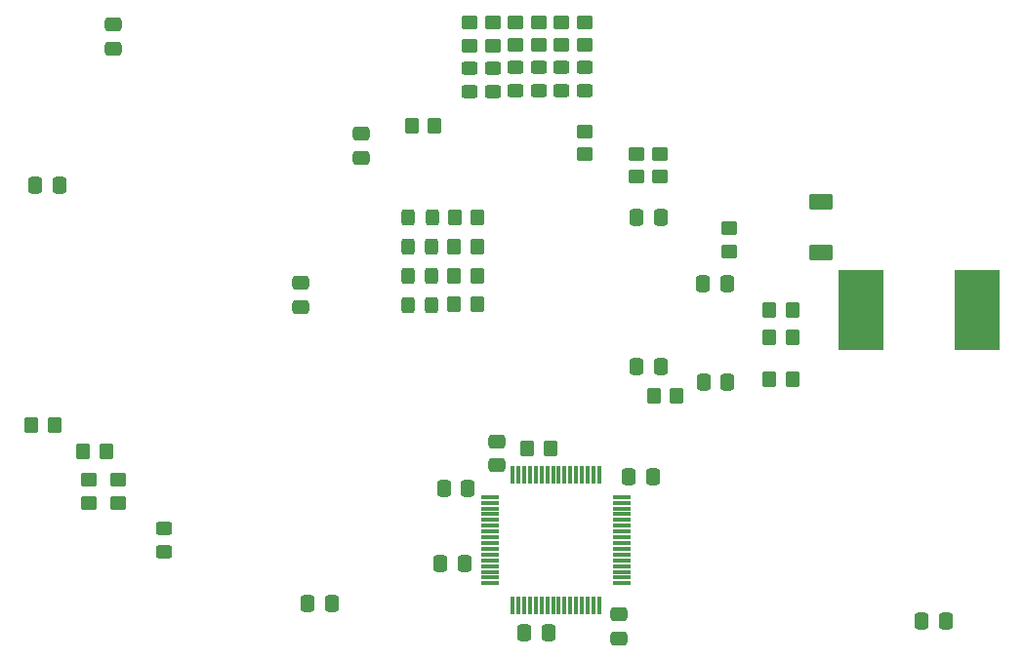
<source format=gbr>
%TF.GenerationSoftware,KiCad,Pcbnew,8.0.3*%
%TF.CreationDate,2024-08-01T08:22:56+01:00*%
%TF.ProjectId,controller,636f6e74-726f-46c6-9c65-722e6b696361,rev?*%
%TF.SameCoordinates,Original*%
%TF.FileFunction,Paste,Top*%
%TF.FilePolarity,Positive*%
%FSLAX46Y46*%
G04 Gerber Fmt 4.6, Leading zero omitted, Abs format (unit mm)*
G04 Created by KiCad (PCBNEW 8.0.3) date 2024-08-01 08:22:56*
%MOMM*%
%LPD*%
G01*
G04 APERTURE LIST*
G04 Aperture macros list*
%AMRoundRect*
0 Rectangle with rounded corners*
0 $1 Rounding radius*
0 $2 $3 $4 $5 $6 $7 $8 $9 X,Y pos of 4 corners*
0 Add a 4 corners polygon primitive as box body*
4,1,4,$2,$3,$4,$5,$6,$7,$8,$9,$2,$3,0*
0 Add four circle primitives for the rounded corners*
1,1,$1+$1,$2,$3*
1,1,$1+$1,$4,$5*
1,1,$1+$1,$6,$7*
1,1,$1+$1,$8,$9*
0 Add four rect primitives between the rounded corners*
20,1,$1+$1,$2,$3,$4,$5,0*
20,1,$1+$1,$4,$5,$6,$7,0*
20,1,$1+$1,$6,$7,$8,$9,0*
20,1,$1+$1,$8,$9,$2,$3,0*%
G04 Aperture macros list end*
%ADD10RoundRect,0.250000X0.325000X0.450000X-0.325000X0.450000X-0.325000X-0.450000X0.325000X-0.450000X0*%
%ADD11RoundRect,0.250000X-0.350000X-0.450000X0.350000X-0.450000X0.350000X0.450000X-0.350000X0.450000X0*%
%ADD12RoundRect,0.250000X0.450000X-0.350000X0.450000X0.350000X-0.450000X0.350000X-0.450000X-0.350000X0*%
%ADD13RoundRect,0.250000X-0.337500X-0.475000X0.337500X-0.475000X0.337500X0.475000X-0.337500X0.475000X0*%
%ADD14RoundRect,0.250000X0.350000X0.450000X-0.350000X0.450000X-0.350000X-0.450000X0.350000X-0.450000X0*%
%ADD15RoundRect,0.250000X0.337500X0.475000X-0.337500X0.475000X-0.337500X-0.475000X0.337500X-0.475000X0*%
%ADD16RoundRect,0.250000X-0.450000X0.325000X-0.450000X-0.325000X0.450000X-0.325000X0.450000X0.325000X0*%
%ADD17RoundRect,0.250000X-0.475000X0.337500X-0.475000X-0.337500X0.475000X-0.337500X0.475000X0.337500X0*%
%ADD18RoundRect,0.075000X-0.700000X-0.075000X0.700000X-0.075000X0.700000X0.075000X-0.700000X0.075000X0*%
%ADD19RoundRect,0.075000X-0.075000X-0.700000X0.075000X-0.700000X0.075000X0.700000X-0.075000X0.700000X0*%
%ADD20RoundRect,0.250000X-0.450000X0.350000X-0.450000X-0.350000X0.450000X-0.350000X0.450000X0.350000X0*%
%ADD21RoundRect,0.250000X0.800000X-0.450000X0.800000X0.450000X-0.800000X0.450000X-0.800000X-0.450000X0*%
%ADD22RoundRect,0.250000X0.475000X-0.337500X0.475000X0.337500X-0.475000X0.337500X-0.475000X-0.337500X0*%
%ADD23R,4.000000X7.000000*%
G04 APERTURE END LIST*
D10*
%TO.C,D11*%
X101700000Y-83525000D03*
X99650000Y-83525000D03*
%TD*%
D11*
%TO.C,R5*%
X131000000Y-91426041D03*
X133000000Y-91426041D03*
%TD*%
D12*
%TO.C,R12*%
X115000000Y-66000000D03*
X115000000Y-64000000D03*
%TD*%
D13*
%TO.C,C15*%
X67342500Y-78174657D03*
X69417500Y-78174657D03*
%TD*%
%TO.C,C12*%
X102773529Y-104500000D03*
X104848529Y-104500000D03*
%TD*%
D12*
%TO.C,R17*%
X113000000Y-66000000D03*
X113000000Y-64000000D03*
%TD*%
D14*
%TO.C,R8*%
X133000000Y-95000000D03*
X131000000Y-95000000D03*
%TD*%
D15*
%TO.C,C9*%
X111825000Y-117000000D03*
X109750000Y-117000000D03*
%TD*%
D11*
%TO.C,R20*%
X103650000Y-83525000D03*
X105650000Y-83525000D03*
%TD*%
D14*
%TO.C,R24*%
X102000000Y-73000000D03*
X100000000Y-73000000D03*
%TD*%
%TO.C,R3*%
X69000000Y-99000000D03*
X67000000Y-99000000D03*
%TD*%
D12*
%TO.C,R13*%
X107000000Y-66050000D03*
X107000000Y-64050000D03*
%TD*%
D15*
%TO.C,C1*%
X127360000Y-86696041D03*
X125285000Y-86696041D03*
%TD*%
D12*
%TO.C,R1*%
X72000000Y-105765000D03*
X72000000Y-103765000D03*
%TD*%
D15*
%TO.C,C21*%
X146325000Y-116000000D03*
X144250000Y-116000000D03*
%TD*%
D12*
%TO.C,R9*%
X119500000Y-77426041D03*
X119500000Y-75426041D03*
%TD*%
D11*
%TO.C,R21*%
X103700000Y-81000000D03*
X105700000Y-81000000D03*
%TD*%
D16*
%TO.C,D7*%
X105000000Y-68000000D03*
X105000000Y-70050000D03*
%TD*%
D10*
%TO.C,D10*%
X101700000Y-86025000D03*
X99650000Y-86025000D03*
%TD*%
D13*
%TO.C,C2*%
X90965000Y-114500000D03*
X93040000Y-114500000D03*
%TD*%
D17*
%TO.C,C18*%
X90380000Y-86674657D03*
X90380000Y-88749657D03*
%TD*%
D12*
%TO.C,R11*%
X74500000Y-105765000D03*
X74500000Y-103765000D03*
%TD*%
D11*
%TO.C,R19*%
X103650000Y-86025000D03*
X105650000Y-86025000D03*
%TD*%
D14*
%TO.C,R22*%
X73500000Y-101265000D03*
X71500000Y-101265000D03*
%TD*%
D12*
%TO.C,R16*%
X111000000Y-66000000D03*
X111000000Y-64000000D03*
%TD*%
D11*
%TO.C,R18*%
X103650000Y-88525000D03*
X105650000Y-88525000D03*
%TD*%
D17*
%TO.C,C13*%
X107348529Y-100425000D03*
X107348529Y-102500000D03*
%TD*%
D16*
%TO.C,D4*%
X111000000Y-67950000D03*
X111000000Y-70000000D03*
%TD*%
D18*
%TO.C,U2*%
X106825000Y-105250000D03*
X106825000Y-105750000D03*
X106825000Y-106250000D03*
X106825000Y-106750000D03*
X106825000Y-107250000D03*
X106825000Y-107750000D03*
X106825000Y-108250000D03*
X106825000Y-108750000D03*
X106825000Y-109250000D03*
X106825000Y-109750000D03*
X106825000Y-110250000D03*
X106825000Y-110750000D03*
X106825000Y-111250000D03*
X106825000Y-111750000D03*
X106825000Y-112250000D03*
X106825000Y-112750000D03*
D19*
X108750000Y-114675000D03*
X109250000Y-114675000D03*
X109750000Y-114675000D03*
X110250000Y-114675000D03*
X110750000Y-114675000D03*
X111250000Y-114675000D03*
X111750000Y-114675000D03*
X112250000Y-114675000D03*
X112750000Y-114675000D03*
X113250000Y-114675000D03*
X113750000Y-114675000D03*
X114250000Y-114675000D03*
X114750000Y-114675000D03*
X115250000Y-114675000D03*
X115750000Y-114675000D03*
X116250000Y-114675000D03*
D18*
X118175000Y-112750000D03*
X118175000Y-112250000D03*
X118175000Y-111750000D03*
X118175000Y-111250000D03*
X118175000Y-110750000D03*
X118175000Y-110250000D03*
X118175000Y-109750000D03*
X118175000Y-109250000D03*
X118175000Y-108750000D03*
X118175000Y-108250000D03*
X118175000Y-107750000D03*
X118175000Y-107250000D03*
X118175000Y-106750000D03*
X118175000Y-106250000D03*
X118175000Y-105750000D03*
X118175000Y-105250000D03*
D19*
X116250000Y-103325000D03*
X115750000Y-103325000D03*
X115250000Y-103325000D03*
X114750000Y-103325000D03*
X114250000Y-103325000D03*
X113750000Y-103325000D03*
X113250000Y-103325000D03*
X112750000Y-103325000D03*
X112250000Y-103325000D03*
X111750000Y-103325000D03*
X111250000Y-103325000D03*
X110750000Y-103325000D03*
X110250000Y-103325000D03*
X109750000Y-103325000D03*
X109250000Y-103325000D03*
X108750000Y-103325000D03*
%TD*%
D12*
%TO.C,R14*%
X105000000Y-66050000D03*
X105000000Y-64050000D03*
%TD*%
D16*
%TO.C,D3*%
X113000000Y-67950000D03*
X113000000Y-70000000D03*
%TD*%
D17*
%TO.C,C16*%
X74095000Y-64220000D03*
X74095000Y-66295000D03*
%TD*%
D20*
%TO.C,R23*%
X115000000Y-73500000D03*
X115000000Y-75500000D03*
%TD*%
D15*
%TO.C,C8*%
X121592500Y-80966041D03*
X119517500Y-80966041D03*
%TD*%
D16*
%TO.C,D5*%
X115000000Y-67950000D03*
X115000000Y-70000000D03*
%TD*%
D12*
%TO.C,R7*%
X121500000Y-77426041D03*
X121500000Y-75426041D03*
%TD*%
D15*
%TO.C,C3*%
X127397500Y-95250000D03*
X125322500Y-95250000D03*
%TD*%
D16*
%TO.C,D8*%
X109000000Y-67950000D03*
X109000000Y-70000000D03*
%TD*%
D15*
%TO.C,C7*%
X121592500Y-93966041D03*
X119517500Y-93966041D03*
%TD*%
D21*
%TO.C,D1*%
X135500000Y-84000000D03*
X135500000Y-79600000D03*
%TD*%
D11*
%TO.C,R2*%
X110000000Y-101000000D03*
X112000000Y-101000000D03*
%TD*%
D10*
%TO.C,D12*%
X101750000Y-81000000D03*
X99700000Y-81000000D03*
%TD*%
D14*
%TO.C,R10*%
X123000000Y-96426041D03*
X121000000Y-96426041D03*
%TD*%
D16*
%TO.C,D6*%
X107000000Y-68000000D03*
X107000000Y-70050000D03*
%TD*%
D11*
%TO.C,R4*%
X131000000Y-89000000D03*
X133000000Y-89000000D03*
%TD*%
D22*
%TO.C,C11*%
X118000000Y-117537500D03*
X118000000Y-115462500D03*
%TD*%
D17*
%TO.C,C17*%
X95595000Y-73720000D03*
X95595000Y-75795000D03*
%TD*%
D23*
%TO.C,L2*%
X139000000Y-89000000D03*
X149000000Y-89000000D03*
%TD*%
D16*
%TO.C,D2*%
X78500000Y-107950000D03*
X78500000Y-110000000D03*
%TD*%
D10*
%TO.C,D9*%
X101700000Y-88565000D03*
X99650000Y-88565000D03*
%TD*%
D20*
%TO.C,R6*%
X127500000Y-81926041D03*
X127500000Y-83926041D03*
%TD*%
D12*
%TO.C,R15*%
X109000000Y-66025000D03*
X109000000Y-64025000D03*
%TD*%
D13*
%TO.C,C10*%
X102500000Y-111000000D03*
X104575000Y-111000000D03*
%TD*%
D15*
%TO.C,C14*%
X120923529Y-103500000D03*
X118848529Y-103500000D03*
%TD*%
M02*

</source>
